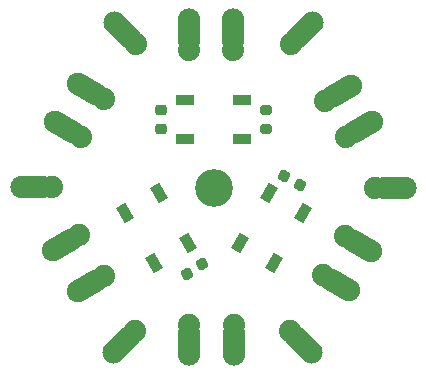
<source format=gts>
G04 #@! TF.GenerationSoftware,KiCad,Pcbnew,7.0.8*
G04 #@! TF.CreationDate,2024-03-08T23:23:19+05:00*
G04 #@! TF.ProjectId,Ws2812 PCB,57733238-3132-4205-9043-422e6b696361,1*
G04 #@! TF.SameCoordinates,Original*
G04 #@! TF.FileFunction,Soldermask,Top*
G04 #@! TF.FilePolarity,Negative*
%FSLAX46Y46*%
G04 Gerber Fmt 4.6, Leading zero omitted, Abs format (unit mm)*
G04 Created by KiCad (PCBNEW 7.0.8) date 2024-03-08 23:23:19*
%MOMM*%
%LPD*%
G01*
G04 APERTURE LIST*
G04 Aperture macros list*
%AMRoundRect*
0 Rectangle with rounded corners*
0 $1 Rounding radius*
0 $2 $3 $4 $5 $6 $7 $8 $9 X,Y pos of 4 corners*
0 Add a 4 corners polygon primitive as box body*
4,1,4,$2,$3,$4,$5,$6,$7,$8,$9,$2,$3,0*
0 Add four circle primitives for the rounded corners*
1,1,$1+$1,$2,$3*
1,1,$1+$1,$4,$5*
1,1,$1+$1,$6,$7*
1,1,$1+$1,$8,$9*
0 Add four rect primitives between the rounded corners*
20,1,$1+$1,$2,$3,$4,$5,0*
20,1,$1+$1,$4,$5,$6,$7,0*
20,1,$1+$1,$6,$7,$8,$9,0*
20,1,$1+$1,$8,$9,$2,$3,0*%
%AMHorizOval*
0 Thick line with rounded ends*
0 $1 width*
0 $2 $3 position (X,Y) of the first rounded end (center of the circle)*
0 $4 $5 position (X,Y) of the second rounded end (center of the circle)*
0 Add line between two ends*
20,1,$1,$2,$3,$4,$5,0*
0 Add two circle primitives to create the rounded ends*
1,1,$1,$2,$3*
1,1,$1,$4,$5*%
%AMRotRect*
0 Rectangle, with rotation*
0 The origin of the aperture is its center*
0 $1 length*
0 $2 width*
0 $3 Rotation angle, in degrees counterclockwise*
0 Add horizontal line*
21,1,$1,$2,0,0,$3*%
G04 Aperture macros list end*
%ADD10C,3.200000*%
%ADD11C,1.879600*%
%ADD12HorizOval,1.879600X-0.769897X-0.444500X0.769897X0.444500X0*%
%ADD13O,1.879600X3.657600*%
%ADD14R,1.500000X0.900000*%
%ADD15HorizOval,1.879600X-0.769897X0.444500X0.769897X-0.444500X0*%
%ADD16O,3.657600X1.879600*%
%ADD17HorizOval,1.879600X0.628618X0.628618X-0.628618X-0.628618X0*%
%ADD18HorizOval,1.879600X0.769897X-0.444500X-0.769897X0.444500X0*%
%ADD19HorizOval,1.879600X-0.628618X-0.628618X0.628618X0.628618X0*%
%ADD20HorizOval,1.879600X0.769897X0.444500X-0.769897X-0.444500X0*%
%ADD21RoundRect,0.225000X-0.319856X-0.104006X0.069856X-0.329006X0.319856X0.104006X-0.069856X0.329006X0*%
%ADD22HorizOval,1.879600X0.628618X-0.628618X-0.628618X0.628618X0*%
%ADD23RotRect,1.500000X0.900000X240.000000*%
%ADD24RoundRect,0.200000X0.275000X-0.200000X0.275000X0.200000X-0.275000X0.200000X-0.275000X-0.200000X0*%
%ADD25HorizOval,1.879600X-0.628618X0.628618X0.628618X-0.628618X0*%
%ADD26RotRect,1.500000X0.900000X120.000000*%
%ADD27RoundRect,0.225000X0.250000X-0.225000X0.250000X0.225000X-0.250000X0.225000X-0.250000X-0.225000X0*%
%ADD28RoundRect,0.225000X0.069856X0.329006X-0.319856X0.104006X-0.069856X-0.329006X0.319856X-0.104006X0*%
G04 APERTURE END LIST*
D10*
G04 #@! TO.C,REF\u002A\u002A*
X121059315Y-79775000D03*
G04 #@! TD*
D11*
G04 #@! TO.C,J11*
X130495000Y-72450000D03*
D12*
X131945593Y-71612500D03*
G04 #@! TD*
D11*
G04 #@! TO.C,J13*
X118945000Y-91368000D03*
D13*
X118945000Y-93043000D03*
G04 #@! TD*
D14*
G04 #@! TO.C,LED1*
X123509315Y-72350000D03*
X123509315Y-75650000D03*
X118609315Y-75650000D03*
X118609315Y-72350000D03*
G04 #@! TD*
D11*
G04 #@! TO.C,J12*
X130345000Y-87200000D03*
D15*
X131795593Y-88037500D03*
G04 #@! TD*
D11*
G04 #@! TO.C,J4*
X107345000Y-79750000D03*
D16*
X105670000Y-79750000D03*
G04 #@! TD*
D11*
G04 #@! TO.C,J2*
X114370000Y-91925000D03*
D17*
X113185596Y-93109404D03*
G04 #@! TD*
D11*
G04 #@! TO.C,J16*
X122770000Y-91368000D03*
D13*
X122770000Y-93043000D03*
G04 #@! TD*
D11*
G04 #@! TO.C,J9*
X122745000Y-68107000D03*
D13*
X122745000Y-66432000D03*
G04 #@! TD*
D11*
G04 #@! TO.C,J18*
X111795000Y-72250000D03*
D18*
X110344407Y-71412500D03*
G04 #@! TD*
D11*
G04 #@! TO.C,J10*
X118970000Y-68107000D03*
D13*
X118970000Y-66432000D03*
G04 #@! TD*
D11*
G04 #@! TO.C,J6*
X127613489Y-67606511D03*
D19*
X128797893Y-66422107D03*
G04 #@! TD*
D11*
G04 #@! TO.C,J8*
X111795593Y-87262500D03*
D20*
X110345000Y-88100000D03*
G04 #@! TD*
D21*
G04 #@! TO.C,C1*
X128391170Y-79562500D03*
X127048830Y-78787500D03*
G04 #@! TD*
D11*
G04 #@! TO.C,J3*
X114526511Y-67631511D03*
D22*
X113342107Y-66447107D03*
G04 #@! TD*
D11*
G04 #@! TO.C,J1*
X134720000Y-79800000D03*
D16*
X136395000Y-79800000D03*
G04 #@! TD*
D11*
G04 #@! TO.C,J7*
X132295000Y-75450000D03*
D12*
X133745593Y-74612500D03*
G04 #@! TD*
D23*
G04 #@! TO.C,LED3*
X128648942Y-81875000D03*
X125791058Y-80225000D03*
X123341058Y-84468524D03*
X126198942Y-86118524D03*
G04 #@! TD*
D24*
G04 #@! TO.C,R1*
X125470000Y-73175000D03*
X125470000Y-74825000D03*
G04 #@! TD*
D11*
G04 #@! TO.C,J14*
X109845000Y-75500000D03*
D18*
X108394407Y-74662500D03*
G04 #@! TD*
D11*
G04 #@! TO.C,J5*
X127538489Y-91868489D03*
D25*
X128722893Y-93052893D03*
G04 #@! TD*
D26*
G04 #@! TO.C,LED2*
X116012116Y-86118524D03*
X118870000Y-84468524D03*
X116420000Y-80225000D03*
X113562116Y-81875000D03*
G04 #@! TD*
D11*
G04 #@! TO.C,J15*
X109680245Y-83809000D03*
D20*
X108229652Y-84646500D03*
G04 #@! TD*
D27*
G04 #@! TO.C,C3*
X116645000Y-73225000D03*
X116645000Y-74775000D03*
G04 #@! TD*
D28*
G04 #@! TO.C,C2*
X118773830Y-87037500D03*
X120116170Y-86262500D03*
G04 #@! TD*
D11*
G04 #@! TO.C,J17*
X132170000Y-83900000D03*
D15*
X133620593Y-84737500D03*
G04 #@! TD*
M02*

</source>
